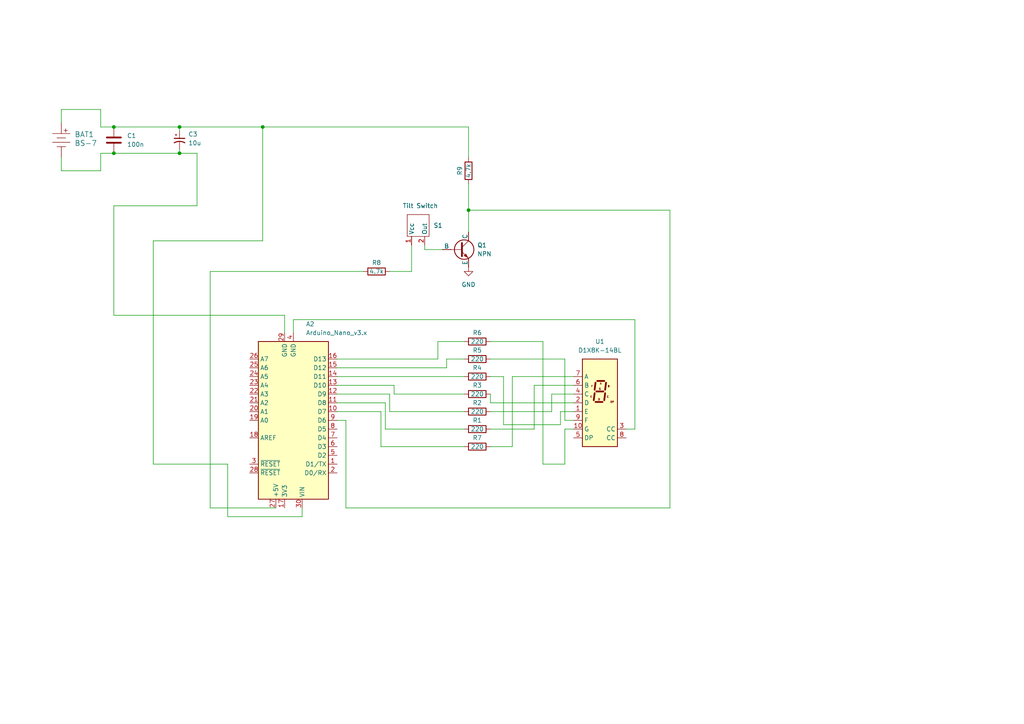
<source format=kicad_sch>
(kicad_sch (version 20230121) (generator eeschema)

  (uuid 8d5c1060-f1de-4ca7-b1dc-8121f9aacf0a)

  (paper "A4")

  (lib_symbols
    (symbol "Device:C" (pin_numbers hide) (pin_names (offset 0.254)) (in_bom yes) (on_board yes)
      (property "Reference" "C" (at 0.635 2.54 0)
        (effects (font (size 1.27 1.27)) (justify left))
      )
      (property "Value" "C" (at 0.635 -2.54 0)
        (effects (font (size 1.27 1.27)) (justify left))
      )
      (property "Footprint" "" (at 0.9652 -3.81 0)
        (effects (font (size 1.27 1.27)) hide)
      )
      (property "Datasheet" "~" (at 0 0 0)
        (effects (font (size 1.27 1.27)) hide)
      )
      (property "ki_keywords" "cap capacitor" (at 0 0 0)
        (effects (font (size 1.27 1.27)) hide)
      )
      (property "ki_description" "Unpolarized capacitor" (at 0 0 0)
        (effects (font (size 1.27 1.27)) hide)
      )
      (property "ki_fp_filters" "C_*" (at 0 0 0)
        (effects (font (size 1.27 1.27)) hide)
      )
      (symbol "C_0_1"
        (polyline
          (pts
            (xy -2.032 -0.762)
            (xy 2.032 -0.762)
          )
          (stroke (width 0.508) (type default))
          (fill (type none))
        )
        (polyline
          (pts
            (xy -2.032 0.762)
            (xy 2.032 0.762)
          )
          (stroke (width 0.508) (type default))
          (fill (type none))
        )
      )
      (symbol "C_1_1"
        (pin passive line (at 0 3.81 270) (length 2.794)
          (name "~" (effects (font (size 1.27 1.27))))
          (number "1" (effects (font (size 1.27 1.27))))
        )
        (pin passive line (at 0 -3.81 90) (length 2.794)
          (name "~" (effects (font (size 1.27 1.27))))
          (number "2" (effects (font (size 1.27 1.27))))
        )
      )
    )
    (symbol "Device:C_Polarized_Small_US" (pin_numbers hide) (pin_names (offset 0.254) hide) (in_bom yes) (on_board yes)
      (property "Reference" "C" (at 0.254 1.778 0)
        (effects (font (size 1.27 1.27)) (justify left))
      )
      (property "Value" "C_Polarized_Small_US" (at 0.254 -2.032 0)
        (effects (font (size 1.27 1.27)) (justify left))
      )
      (property "Footprint" "" (at 0 0 0)
        (effects (font (size 1.27 1.27)) hide)
      )
      (property "Datasheet" "~" (at 0 0 0)
        (effects (font (size 1.27 1.27)) hide)
      )
      (property "ki_keywords" "cap capacitor" (at 0 0 0)
        (effects (font (size 1.27 1.27)) hide)
      )
      (property "ki_description" "Polarized capacitor, small US symbol" (at 0 0 0)
        (effects (font (size 1.27 1.27)) hide)
      )
      (property "ki_fp_filters" "CP_*" (at 0 0 0)
        (effects (font (size 1.27 1.27)) hide)
      )
      (symbol "C_Polarized_Small_US_0_1"
        (polyline
          (pts
            (xy -1.524 0.508)
            (xy 1.524 0.508)
          )
          (stroke (width 0.3048) (type default))
          (fill (type none))
        )
        (polyline
          (pts
            (xy -1.27 1.524)
            (xy -0.762 1.524)
          )
          (stroke (width 0) (type default))
          (fill (type none))
        )
        (polyline
          (pts
            (xy -1.016 1.27)
            (xy -1.016 1.778)
          )
          (stroke (width 0) (type default))
          (fill (type none))
        )
        (arc (start 1.524 -0.762) (mid 0 -0.3734) (end -1.524 -0.762)
          (stroke (width 0.3048) (type default))
          (fill (type none))
        )
      )
      (symbol "C_Polarized_Small_US_1_1"
        (pin passive line (at 0 2.54 270) (length 2.032)
          (name "~" (effects (font (size 1.27 1.27))))
          (number "1" (effects (font (size 1.27 1.27))))
        )
        (pin passive line (at 0 -2.54 90) (length 2.032)
          (name "~" (effects (font (size 1.27 1.27))))
          (number "2" (effects (font (size 1.27 1.27))))
        )
      )
    )
    (symbol "Device:R" (pin_numbers hide) (pin_names (offset 0)) (in_bom yes) (on_board yes)
      (property "Reference" "R" (at 2.032 0 90)
        (effects (font (size 1.27 1.27)))
      )
      (property "Value" "R" (at 0 0 90)
        (effects (font (size 1.27 1.27)))
      )
      (property "Footprint" "" (at -1.778 0 90)
        (effects (font (size 1.27 1.27)) hide)
      )
      (property "Datasheet" "~" (at 0 0 0)
        (effects (font (size 1.27 1.27)) hide)
      )
      (property "ki_keywords" "R res resistor" (at 0 0 0)
        (effects (font (size 1.27 1.27)) hide)
      )
      (property "ki_description" "Resistor" (at 0 0 0)
        (effects (font (size 1.27 1.27)) hide)
      )
      (property "ki_fp_filters" "R_*" (at 0 0 0)
        (effects (font (size 1.27 1.27)) hide)
      )
      (symbol "R_0_1"
        (rectangle (start -1.016 -2.54) (end 1.016 2.54)
          (stroke (width 0.254) (type default))
          (fill (type none))
        )
      )
      (symbol "R_1_1"
        (pin passive line (at 0 3.81 270) (length 1.27)
          (name "~" (effects (font (size 1.27 1.27))))
          (number "1" (effects (font (size 1.27 1.27))))
        )
        (pin passive line (at 0 -3.81 90) (length 1.27)
          (name "~" (effects (font (size 1.27 1.27))))
          (number "2" (effects (font (size 1.27 1.27))))
        )
      )
    )
    (symbol "Display_Character:D1X8K-14BL" (in_bom yes) (on_board yes)
      (property "Reference" "U" (at -2.54 13.97 0)
        (effects (font (size 1.27 1.27)) (justify right))
      )
      (property "Value" "D1X8K-14BL" (at 1.27 13.97 0)
        (effects (font (size 1.27 1.27)) (justify left))
      )
      (property "Footprint" "Display_7Segment:D1X8K" (at 0 -15.24 0)
        (effects (font (size 1.27 1.27)) hide)
      )
      (property "Datasheet" "https://ia800903.us.archive.org/24/items/CTKD1x8K/Cromatek%20D168K.pdf" (at -12.7 12.065 0)
        (effects (font (size 1.27 1.27)) (justify left) hide)
      )
      (property "ki_keywords" "display LED 7-segment" (at 0 0 0)
        (effects (font (size 1.27 1.27)) hide)
      )
      (property "ki_description" "One digit 7 segment ultra bright blue LED, low current, common cathode" (at 0 0 0)
        (effects (font (size 1.27 1.27)) hide)
      )
      (property "ki_fp_filters" "D1X8K*" (at 0 0 0)
        (effects (font (size 1.27 1.27)) hide)
      )
      (symbol "D1X8K-14BL_0_0"
        (text "A" (at 0.254 5.588 0)
          (effects (font (size 0.508 0.508)))
        )
        (text "B" (at 2.54 4.826 0)
          (effects (font (size 0.508 0.508)))
        )
        (text "C" (at 2.286 1.778 0)
          (effects (font (size 0.508 0.508)))
        )
        (text "D" (at -0.254 1.016 0)
          (effects (font (size 0.508 0.508)))
        )
        (text "DP" (at 3.556 0.254 0)
          (effects (font (size 0.508 0.508)))
        )
        (text "E" (at -2.54 1.778 0)
          (effects (font (size 0.508 0.508)))
        )
        (text "F" (at -2.286 4.826 0)
          (effects (font (size 0.508 0.508)))
        )
        (text "G" (at 0 4.064 0)
          (effects (font (size 0.508 0.508)))
        )
      )
      (symbol "D1X8K-14BL_0_1"
        (rectangle (start -5.08 12.7) (end 5.08 -12.7)
          (stroke (width 0.254) (type default))
          (fill (type background))
        )
        (polyline
          (pts
            (xy -1.524 2.794)
            (xy -1.778 0.762)
          )
          (stroke (width 0.508) (type default))
          (fill (type none))
        )
        (polyline
          (pts
            (xy -1.27 0.254)
            (xy 0.762 0.254)
          )
          (stroke (width 0.508) (type default))
          (fill (type none))
        )
        (polyline
          (pts
            (xy -1.27 5.842)
            (xy -1.524 3.81)
          )
          (stroke (width 0.508) (type default))
          (fill (type none))
        )
        (polyline
          (pts
            (xy -1.016 3.302)
            (xy 1.016 3.302)
          )
          (stroke (width 0.508) (type default))
          (fill (type none))
        )
        (polyline
          (pts
            (xy -0.762 6.35)
            (xy 1.27 6.35)
          )
          (stroke (width 0.508) (type default))
          (fill (type none))
        )
        (polyline
          (pts
            (xy 1.524 2.794)
            (xy 1.27 0.762)
          )
          (stroke (width 0.508) (type default))
          (fill (type none))
        )
        (polyline
          (pts
            (xy 1.778 5.842)
            (xy 1.524 3.81)
          )
          (stroke (width 0.508) (type default))
          (fill (type none))
        )
        (polyline
          (pts
            (xy 2.54 0.254)
            (xy 2.54 0.254)
          )
          (stroke (width 0.508) (type default))
          (fill (type none))
        )
      )
      (symbol "D1X8K-14BL_1_1"
        (pin input line (at -7.62 -2.54 0) (length 2.54)
          (name "E" (effects (font (size 1.27 1.27))))
          (number "1" (effects (font (size 1.27 1.27))))
        )
        (pin input line (at -7.62 -7.62 0) (length 2.54)
          (name "G" (effects (font (size 1.27 1.27))))
          (number "10" (effects (font (size 1.27 1.27))))
        )
        (pin input line (at -7.62 0 0) (length 2.54)
          (name "D" (effects (font (size 1.27 1.27))))
          (number "2" (effects (font (size 1.27 1.27))))
        )
        (pin input line (at 7.62 -7.62 180) (length 2.54)
          (name "CC" (effects (font (size 1.27 1.27))))
          (number "3" (effects (font (size 1.27 1.27))))
        )
        (pin input line (at -7.62 2.54 0) (length 2.54)
          (name "C" (effects (font (size 1.27 1.27))))
          (number "4" (effects (font (size 1.27 1.27))))
        )
        (pin input line (at -7.62 -10.16 0) (length 2.54)
          (name "DP" (effects (font (size 1.27 1.27))))
          (number "5" (effects (font (size 1.27 1.27))))
        )
        (pin input line (at -7.62 5.08 0) (length 2.54)
          (name "B" (effects (font (size 1.27 1.27))))
          (number "6" (effects (font (size 1.27 1.27))))
        )
        (pin input line (at -7.62 7.62 0) (length 2.54)
          (name "A" (effects (font (size 1.27 1.27))))
          (number "7" (effects (font (size 1.27 1.27))))
        )
        (pin input line (at 7.62 -10.16 180) (length 2.54)
          (name "CC" (effects (font (size 1.27 1.27))))
          (number "8" (effects (font (size 1.27 1.27))))
        )
        (pin input line (at -7.62 -5.08 0) (length 2.54)
          (name "F" (effects (font (size 1.27 1.27))))
          (number "9" (effects (font (size 1.27 1.27))))
        )
      )
    )
    (symbol "MCU_Module:Arduino_Nano_v3.x" (in_bom yes) (on_board yes)
      (property "Reference" "A" (at -10.16 23.495 0)
        (effects (font (size 1.27 1.27)) (justify left bottom))
      )
      (property "Value" "Arduino_Nano_v3.x" (at 5.08 -24.13 0)
        (effects (font (size 1.27 1.27)) (justify left top))
      )
      (property "Footprint" "Module:Arduino_Nano" (at 0 0 0)
        (effects (font (size 1.27 1.27) italic) hide)
      )
      (property "Datasheet" "http://www.mouser.com/pdfdocs/Gravitech_Arduino_Nano3_0.pdf" (at 0 0 0)
        (effects (font (size 1.27 1.27)) hide)
      )
      (property "ki_keywords" "Arduino nano microcontroller module USB" (at 0 0 0)
        (effects (font (size 1.27 1.27)) hide)
      )
      (property "ki_description" "Arduino Nano v3.x" (at 0 0 0)
        (effects (font (size 1.27 1.27)) hide)
      )
      (property "ki_fp_filters" "Arduino*Nano*" (at 0 0 0)
        (effects (font (size 1.27 1.27)) hide)
      )
      (symbol "Arduino_Nano_v3.x_0_1"
        (rectangle (start -10.16 22.86) (end 10.16 -22.86)
          (stroke (width 0.254) (type default))
          (fill (type background))
        )
      )
      (symbol "Arduino_Nano_v3.x_1_1"
        (pin bidirectional line (at -12.7 12.7 0) (length 2.54)
          (name "D1/TX" (effects (font (size 1.27 1.27))))
          (number "1" (effects (font (size 1.27 1.27))))
        )
        (pin bidirectional line (at -12.7 -2.54 0) (length 2.54)
          (name "D7" (effects (font (size 1.27 1.27))))
          (number "10" (effects (font (size 1.27 1.27))))
        )
        (pin bidirectional line (at -12.7 -5.08 0) (length 2.54)
          (name "D8" (effects (font (size 1.27 1.27))))
          (number "11" (effects (font (size 1.27 1.27))))
        )
        (pin bidirectional line (at -12.7 -7.62 0) (length 2.54)
          (name "D9" (effects (font (size 1.27 1.27))))
          (number "12" (effects (font (size 1.27 1.27))))
        )
        (pin bidirectional line (at -12.7 -10.16 0) (length 2.54)
          (name "D10" (effects (font (size 1.27 1.27))))
          (number "13" (effects (font (size 1.27 1.27))))
        )
        (pin bidirectional line (at -12.7 -12.7 0) (length 2.54)
          (name "D11" (effects (font (size 1.27 1.27))))
          (number "14" (effects (font (size 1.27 1.27))))
        )
        (pin bidirectional line (at -12.7 -15.24 0) (length 2.54)
          (name "D12" (effects (font (size 1.27 1.27))))
          (number "15" (effects (font (size 1.27 1.27))))
        )
        (pin bidirectional line (at -12.7 -17.78 0) (length 2.54)
          (name "D13" (effects (font (size 1.27 1.27))))
          (number "16" (effects (font (size 1.27 1.27))))
        )
        (pin power_out line (at 2.54 25.4 270) (length 2.54)
          (name "3V3" (effects (font (size 1.27 1.27))))
          (number "17" (effects (font (size 1.27 1.27))))
        )
        (pin input line (at 12.7 5.08 180) (length 2.54)
          (name "AREF" (effects (font (size 1.27 1.27))))
          (number "18" (effects (font (size 1.27 1.27))))
        )
        (pin bidirectional line (at 12.7 0 180) (length 2.54)
          (name "A0" (effects (font (size 1.27 1.27))))
          (number "19" (effects (font (size 1.27 1.27))))
        )
        (pin bidirectional line (at -12.7 15.24 0) (length 2.54)
          (name "D0/RX" (effects (font (size 1.27 1.27))))
          (number "2" (effects (font (size 1.27 1.27))))
        )
        (pin bidirectional line (at 12.7 -2.54 180) (length 2.54)
          (name "A1" (effects (font (size 1.27 1.27))))
          (number "20" (effects (font (size 1.27 1.27))))
        )
        (pin bidirectional line (at 12.7 -5.08 180) (length 2.54)
          (name "A2" (effects (font (size 1.27 1.27))))
          (number "21" (effects (font (size 1.27 1.27))))
        )
        (pin bidirectional line (at 12.7 -7.62 180) (length 2.54)
          (name "A3" (effects (font (size 1.27 1.27))))
          (number "22" (effects (font (size 1.27 1.27))))
        )
        (pin bidirectional line (at 12.7 -10.16 180) (length 2.54)
          (name "A4" (effects (font (size 1.27 1.27))))
          (number "23" (effects (font (size 1.27 1.27))))
        )
        (pin bidirectional line (at 12.7 -12.7 180) (length 2.54)
          (name "A5" (effects (font (size 1.27 1.27))))
          (number "24" (effects (font (size 1.27 1.27))))
        )
        (pin bidirectional line (at 12.7 -15.24 180) (length 2.54)
          (name "A6" (effects (font (size 1.27 1.27))))
          (number "25" (effects (font (size 1.27 1.27))))
        )
        (pin bidirectional line (at 12.7 -17.78 180) (length 2.54)
          (name "A7" (effects (font (size 1.27 1.27))))
          (number "26" (effects (font (size 1.27 1.27))))
        )
        (pin power_out line (at 5.08 25.4 270) (length 2.54)
          (name "+5V" (effects (font (size 1.27 1.27))))
          (number "27" (effects (font (size 1.27 1.27))))
        )
        (pin input line (at 12.7 15.24 180) (length 2.54)
          (name "~{RESET}" (effects (font (size 1.27 1.27))))
          (number "28" (effects (font (size 1.27 1.27))))
        )
        (pin power_in line (at 2.54 -25.4 90) (length 2.54)
          (name "GND" (effects (font (size 1.27 1.27))))
          (number "29" (effects (font (size 1.27 1.27))))
        )
        (pin input line (at 12.7 12.7 180) (length 2.54)
          (name "~{RESET}" (effects (font (size 1.27 1.27))))
          (number "3" (effects (font (size 1.27 1.27))))
        )
        (pin power_in line (at -2.54 25.4 270) (length 2.54)
          (name "VIN" (effects (font (size 1.27 1.27))))
          (number "30" (effects (font (size 1.27 1.27))))
        )
        (pin power_in line (at 0 -25.4 90) (length 2.54)
          (name "GND" (effects (font (size 1.27 1.27))))
          (number "4" (effects (font (size 1.27 1.27))))
        )
        (pin bidirectional line (at -12.7 10.16 0) (length 2.54)
          (name "D2" (effects (font (size 1.27 1.27))))
          (number "5" (effects (font (size 1.27 1.27))))
        )
        (pin bidirectional line (at -12.7 7.62 0) (length 2.54)
          (name "D3" (effects (font (size 1.27 1.27))))
          (number "6" (effects (font (size 1.27 1.27))))
        )
        (pin bidirectional line (at -12.7 5.08 0) (length 2.54)
          (name "D4" (effects (font (size 1.27 1.27))))
          (number "7" (effects (font (size 1.27 1.27))))
        )
        (pin bidirectional line (at -12.7 2.54 0) (length 2.54)
          (name "D5" (effects (font (size 1.27 1.27))))
          (number "8" (effects (font (size 1.27 1.27))))
        )
        (pin bidirectional line (at -12.7 0 0) (length 2.54)
          (name "D6" (effects (font (size 1.27 1.27))))
          (number "9" (effects (font (size 1.27 1.27))))
        )
      )
    )
    (symbol "Simulation_SPICE:NPN" (pin_numbers hide) (pin_names (offset 0)) (in_bom yes) (on_board yes)
      (property "Reference" "Q" (at -2.54 7.62 0)
        (effects (font (size 1.27 1.27)))
      )
      (property "Value" "NPN" (at -2.54 5.08 0)
        (effects (font (size 1.27 1.27)))
      )
      (property "Footprint" "" (at 63.5 0 0)
        (effects (font (size 1.27 1.27)) hide)
      )
      (property "Datasheet" "~" (at 63.5 0 0)
        (effects (font (size 1.27 1.27)) hide)
      )
      (property "Sim.Device" "NPN" (at 0 0 0)
        (effects (font (size 1.27 1.27)) hide)
      )
      (property "Sim.Type" "GUMMELPOON" (at 0 0 0)
        (effects (font (size 1.27 1.27)) hide)
      )
      (property "Sim.Pins" "1=C 2=B 3=E" (at 0 0 0)
        (effects (font (size 1.27 1.27)) hide)
      )
      (property "ki_keywords" "simulation" (at 0 0 0)
        (effects (font (size 1.27 1.27)) hide)
      )
      (property "ki_description" "Bipolar transistor symbol for simulation only, substrate tied to the emitter" (at 0 0 0)
        (effects (font (size 1.27 1.27)) hide)
      )
      (symbol "NPN_0_1"
        (polyline
          (pts
            (xy -2.54 0)
            (xy 0.635 0)
          )
          (stroke (width 0.1524) (type default))
          (fill (type none))
        )
        (polyline
          (pts
            (xy 0.635 0.635)
            (xy 2.54 2.54)
          )
          (stroke (width 0) (type default))
          (fill (type none))
        )
        (polyline
          (pts
            (xy 2.794 -1.27)
            (xy 2.794 -1.27)
          )
          (stroke (width 0.1524) (type default))
          (fill (type none))
        )
        (polyline
          (pts
            (xy 2.794 -1.27)
            (xy 2.794 -1.27)
          )
          (stroke (width 0.1524) (type default))
          (fill (type none))
        )
        (polyline
          (pts
            (xy 0.635 -0.635)
            (xy 2.54 -2.54)
            (xy 2.54 -2.54)
          )
          (stroke (width 0) (type default))
          (fill (type none))
        )
        (polyline
          (pts
            (xy 0.635 1.905)
            (xy 0.635 -1.905)
            (xy 0.635 -1.905)
          )
          (stroke (width 0.508) (type default))
          (fill (type none))
        )
        (polyline
          (pts
            (xy 1.27 -1.778)
            (xy 1.778 -1.27)
            (xy 2.286 -2.286)
            (xy 1.27 -1.778)
            (xy 1.27 -1.778)
          )
          (stroke (width 0) (type default))
          (fill (type outline))
        )
        (circle (center 1.27 0) (radius 2.8194)
          (stroke (width 0.254) (type default))
          (fill (type none))
        )
      )
      (symbol "NPN_1_1"
        (pin open_collector line (at 2.54 5.08 270) (length 2.54)
          (name "C" (effects (font (size 1.27 1.27))))
          (number "1" (effects (font (size 1.27 1.27))))
        )
        (pin input line (at -5.08 0 0) (length 2.54)
          (name "B" (effects (font (size 1.27 1.27))))
          (number "2" (effects (font (size 1.27 1.27))))
        )
        (pin open_emitter line (at 2.54 -5.08 90) (length 2.54)
          (name "E" (effects (font (size 1.27 1.27))))
          (number "3" (effects (font (size 1.27 1.27))))
        )
      )
    )
    (symbol "dk_Battery-Holders-Clips-Contacts:BS-7" (pin_numbers hide) (pin_names (offset 1.016)) (in_bom yes) (on_board yes)
      (property "Reference" "BAT" (at -1.27 3.81 0)
        (effects (font (size 1.524 1.524)) (justify right))
      )
      (property "Value" "BS-7" (at -1.27 -3.81 0)
        (effects (font (size 1.524 1.524)) (justify right))
      )
      (property "Footprint" "digikey-footprints:Battery_Holder_Coin_2032_BS-7" (at 5.08 5.08 0)
        (effects (font (size 1.524 1.524)) (justify left) hide)
      )
      (property "Datasheet" "http://www.memoryprotectiondevices.com/datasheets/BS-7-datasheet.pdf" (at 5.08 7.62 90)
        (effects (font (size 1.524 1.524)) (justify left) hide)
      )
      (property "Digi-Key_PN" "BS-7-ND" (at 5.08 10.16 0)
        (effects (font (size 1.524 1.524)) (justify left) hide)
      )
      (property "MPN" "BS-7" (at 5.08 12.7 0)
        (effects (font (size 1.524 1.524)) (justify left) hide)
      )
      (property "Category" "Battery Products" (at 5.08 15.24 0)
        (effects (font (size 1.524 1.524)) (justify left) hide)
      )
      (property "Family" "Battery Holders, Clips, Contacts" (at 5.08 17.78 0)
        (effects (font (size 1.524 1.524)) (justify left) hide)
      )
      (property "DK_Datasheet_Link" "http://www.memoryprotectiondevices.com/datasheets/BS-7-datasheet.pdf" (at 5.08 20.32 0)
        (effects (font (size 1.524 1.524)) (justify left) hide)
      )
      (property "DK_Detail_Page" "/product-detail/en/mpd-memory-protection-devices/BS-7/BS-7-ND/389447" (at 5.08 22.86 0)
        (effects (font (size 1.524 1.524)) (justify left) hide)
      )
      (property "Description" "BATTERY HOLDER COIN 20MM PC PIN" (at 5.08 25.4 0)
        (effects (font (size 1.524 1.524)) (justify left) hide)
      )
      (property "Manufacturer" "MPD (Memory Protection Devices)" (at 5.08 27.94 0)
        (effects (font (size 1.524 1.524)) (justify left) hide)
      )
      (property "Status" "Active" (at 5.08 30.48 0)
        (effects (font (size 1.524 1.524)) (justify left) hide)
      )
      (property "ki_keywords" "BS-7-ND" (at 0 0 0)
        (effects (font (size 1.27 1.27)) hide)
      )
      (property "ki_description" "BATTERY HOLDER COIN 20MM PC PIN" (at 0 0 0)
        (effects (font (size 1.27 1.27)) hide)
      )
      (symbol "BS-7_1_1"
        (polyline
          (pts
            (xy 0 -2.54)
            (xy 0 -1.905)
          )
          (stroke (width 0) (type solid))
          (fill (type none))
        )
        (polyline
          (pts
            (xy 0 1.905)
            (xy 0 2.54)
          )
          (stroke (width 0) (type solid))
          (fill (type none))
        )
        (polyline
          (pts
            (xy 1.27 -1.905)
            (xy -1.27 -1.905)
          )
          (stroke (width 0) (type solid))
          (fill (type none))
        )
        (polyline
          (pts
            (xy 1.27 0.635)
            (xy -1.27 0.635)
          )
          (stroke (width 0) (type solid))
          (fill (type none))
        )
        (polyline
          (pts
            (xy 1.27 2.286)
            (xy 1.27 3.302)
          )
          (stroke (width 0) (type solid))
          (fill (type none))
        )
        (polyline
          (pts
            (xy 1.778 2.794)
            (xy 0.762 2.794)
          )
          (stroke (width 0) (type solid))
          (fill (type none))
        )
        (polyline
          (pts
            (xy 2.54 -0.635)
            (xy -2.54 -0.635)
          )
          (stroke (width 0) (type solid))
          (fill (type none))
        )
        (polyline
          (pts
            (xy 2.54 1.905)
            (xy -2.54 1.905)
          )
          (stroke (width 0) (type solid))
          (fill (type none))
        )
        (pin power_out line (at 0 -5.08 90) (length 2.54)
          (name "~" (effects (font (size 1.27 1.27))))
          (number "Neg" (effects (font (size 1.27 1.27))))
        )
        (pin power_out line (at 0 5.08 270) (length 2.54)
          (name "~" (effects (font (size 1.27 1.27))))
          (number "Pos" (effects (font (size 1.27 1.27))))
        )
      )
    )
    (symbol "electroinc_dice_library:Tilt_Switch" (in_bom yes) (on_board yes)
      (property "Reference" "S" (at 0 0 0)
        (effects (font (size 1.27 1.27)))
      )
      (property "Value" "" (at 0 0 0)
        (effects (font (size 1.27 1.27)))
      )
      (property "Footprint" "" (at 0 0 0)
        (effects (font (size 1.27 1.27)) hide)
      )
      (property "Datasheet" "" (at 0 0 0)
        (effects (font (size 1.27 1.27)) hide)
      )
      (symbol "Tilt_Switch_0_1"
        (rectangle (start 2.54 -8.89) (end -3.81 -2.54)
          (stroke (width 0) (type default))
          (fill (type none))
        )
      )
      (symbol "Tilt_Switch_1_1"
        (pin input line (at -2.54 -11.43 90) (length 2.54)
          (name "Vcc" (effects (font (size 1.27 1.27))))
          (number "1" (effects (font (size 1.27 1.27))))
        )
        (pin output line (at 1.27 -11.43 90) (length 2.54)
          (name "Out" (effects (font (size 1.27 1.27))))
          (number "2" (effects (font (size 1.27 1.27))))
        )
      )
    )
    (symbol "power:GND" (power) (pin_names (offset 0)) (in_bom yes) (on_board yes)
      (property "Reference" "#PWR" (at 0 -6.35 0)
        (effects (font (size 1.27 1.27)) hide)
      )
      (property "Value" "GND" (at 0 -3.81 0)
        (effects (font (size 1.27 1.27)))
      )
      (property "Footprint" "" (at 0 0 0)
        (effects (font (size 1.27 1.27)) hide)
      )
      (property "Datasheet" "" (at 0 0 0)
        (effects (font (size 1.27 1.27)) hide)
      )
      (property "ki_keywords" "global power" (at 0 0 0)
        (effects (font (size 1.27 1.27)) hide)
      )
      (property "ki_description" "Power symbol creates a global label with name \"GND\" , ground" (at 0 0 0)
        (effects (font (size 1.27 1.27)) hide)
      )
      (symbol "GND_0_1"
        (polyline
          (pts
            (xy 0 0)
            (xy 0 -1.27)
            (xy 1.27 -1.27)
            (xy 0 -2.54)
            (xy -1.27 -1.27)
            (xy 0 -1.27)
          )
          (stroke (width 0) (type default))
          (fill (type none))
        )
      )
      (symbol "GND_1_1"
        (pin power_in line (at 0 0 270) (length 0) hide
          (name "GND" (effects (font (size 1.27 1.27))))
          (number "1" (effects (font (size 1.27 1.27))))
        )
      )
    )
  )

  (junction (at 135.89 60.96) (diameter 0) (color 0 0 0 0)
    (uuid 3eb475cd-edaa-4677-a134-272541280114)
  )
  (junction (at 33.02 44.45) (diameter 0) (color 0 0 0 0)
    (uuid 4ce66e20-581b-4620-a24f-a4ed7914dac8)
  )
  (junction (at 52.07 36.83) (diameter 0) (color 0 0 0 0)
    (uuid 86ead9c3-3a5d-45c7-8f8f-e1beec3d4492)
  )
  (junction (at 52.07 44.45) (diameter 0) (color 0 0 0 0)
    (uuid b3117107-262a-419f-ba8a-a95f2219c25a)
  )
  (junction (at 76.2 36.83) (diameter 0) (color 0 0 0 0)
    (uuid b734fb06-296b-4175-aa83-6f30c242f560)
  )
  (junction (at 33.02 36.83) (diameter 0) (color 0 0 0 0)
    (uuid e8287ddc-a8b2-4053-b2cf-8ccfdd4abb59)
  )

  (wire (pts (xy 146.05 123.19) (xy 162.56 123.19))
    (stroke (width 0) (type default))
    (uuid 049a51a4-d6c5-4df1-9fda-29a884146201)
  )
  (wire (pts (xy 97.79 121.92) (xy 100.33 121.92))
    (stroke (width 0) (type default))
    (uuid 06e5e2df-4088-4bab-b2fd-34bf4dc70054)
  )
  (wire (pts (xy 166.37 124.46) (xy 163.83 124.46))
    (stroke (width 0) (type default))
    (uuid 078f8b1d-4a62-4236-8890-a13d099d3eea)
  )
  (wire (pts (xy 111.76 116.84) (xy 97.79 116.84))
    (stroke (width 0) (type default))
    (uuid 14b25d89-079e-40cd-956d-9d9e4b84d8df)
  )
  (wire (pts (xy 135.89 53.34) (xy 135.89 60.96))
    (stroke (width 0) (type default))
    (uuid 17b807f5-61d5-4fab-ba3b-e5d1860bbb94)
  )
  (wire (pts (xy 113.03 78.74) (xy 119.38 78.74))
    (stroke (width 0) (type default))
    (uuid 1913ebaf-b8c2-4536-a70f-c0a17bb63b63)
  )
  (wire (pts (xy 76.2 69.85) (xy 76.2 36.83))
    (stroke (width 0) (type default))
    (uuid 1c344454-8627-4831-a335-b7d841965243)
  )
  (wire (pts (xy 157.48 134.62) (xy 157.48 99.06))
    (stroke (width 0) (type default))
    (uuid 1cd5f6bc-a232-4944-be7c-2c93b8f9ea6d)
  )
  (wire (pts (xy 60.96 78.74) (xy 105.41 78.74))
    (stroke (width 0) (type default))
    (uuid 1d772bae-a7b3-426f-899e-7d362de631d4)
  )
  (wire (pts (xy 154.94 111.76) (xy 154.94 124.46))
    (stroke (width 0) (type default))
    (uuid 224de752-13a7-4e40-9342-8a897d606664)
  )
  (wire (pts (xy 127 104.14) (xy 127 99.06))
    (stroke (width 0) (type default))
    (uuid 2749ea0f-9950-418c-93fa-a8c2144a5c14)
  )
  (wire (pts (xy 162.56 119.38) (xy 166.37 119.38))
    (stroke (width 0) (type default))
    (uuid 283e02c6-405d-4870-94f0-849902edd2f5)
  )
  (wire (pts (xy 111.76 124.46) (xy 111.76 116.84))
    (stroke (width 0) (type default))
    (uuid 2b76d5b7-a353-4b76-93fa-f91e9906f629)
  )
  (wire (pts (xy 29.21 49.53) (xy 17.78 49.53))
    (stroke (width 0) (type default))
    (uuid 2c871c13-018d-4cf3-bad3-948679f16d92)
  )
  (wire (pts (xy 52.07 44.45) (xy 52.07 43.18))
    (stroke (width 0) (type default))
    (uuid 362310ff-b2c0-4f17-819d-3b8e97b7c502)
  )
  (wire (pts (xy 44.45 134.62) (xy 66.04 134.62))
    (stroke (width 0) (type default))
    (uuid 36d4bb55-1c92-4a9a-a317-214575959826)
  )
  (wire (pts (xy 160.02 119.38) (xy 160.02 114.3))
    (stroke (width 0) (type default))
    (uuid 3818ac66-9b05-40af-8f6a-63ce27aeda0c)
  )
  (wire (pts (xy 110.49 129.54) (xy 134.62 129.54))
    (stroke (width 0) (type default))
    (uuid 39e7eba2-f692-4a63-a240-42ac466e52e4)
  )
  (wire (pts (xy 134.62 104.14) (xy 129.54 104.14))
    (stroke (width 0) (type default))
    (uuid 3e463ada-cee4-42d1-b08f-a23a31512b19)
  )
  (wire (pts (xy 29.21 44.45) (xy 33.02 44.45))
    (stroke (width 0) (type default))
    (uuid 42b00624-3e7e-49bf-96cd-7ec3b0a2b541)
  )
  (wire (pts (xy 85.09 92.71) (xy 85.09 96.52))
    (stroke (width 0) (type default))
    (uuid 49a05fc3-3bf0-48fd-ba74-b8acb49e26e4)
  )
  (wire (pts (xy 113.03 114.3) (xy 97.79 114.3))
    (stroke (width 0) (type default))
    (uuid 49d3aa15-9f22-46cf-b536-59079b5c713f)
  )
  (wire (pts (xy 181.61 124.46) (xy 184.15 124.46))
    (stroke (width 0) (type default))
    (uuid 52d891f3-bbb3-4986-88f2-57900efa2fad)
  )
  (wire (pts (xy 134.62 114.3) (xy 114.3 114.3))
    (stroke (width 0) (type default))
    (uuid 5386d233-b6c0-4b42-9833-fdc0c4c5745b)
  )
  (wire (pts (xy 157.48 134.62) (xy 163.83 134.62))
    (stroke (width 0) (type default))
    (uuid 55b00c40-8b90-4c95-b891-761819ca97d2)
  )
  (wire (pts (xy 100.33 121.92) (xy 100.33 147.32))
    (stroke (width 0) (type default))
    (uuid 563c0652-c795-4b5a-afba-415cccf54fae)
  )
  (wire (pts (xy 29.21 31.75) (xy 29.21 36.83))
    (stroke (width 0) (type default))
    (uuid 575b6b6e-1417-401f-9419-b8fb525fe9e2)
  )
  (wire (pts (xy 194.31 60.96) (xy 194.31 147.32))
    (stroke (width 0) (type default))
    (uuid 597b8c8c-abcb-437f-a1a7-9dfebc8293d8)
  )
  (wire (pts (xy 166.37 116.84) (xy 142.24 116.84))
    (stroke (width 0) (type default))
    (uuid 5bbcc144-d768-45a7-8664-e2b3ed192f33)
  )
  (wire (pts (xy 82.55 96.52) (xy 82.55 91.44))
    (stroke (width 0) (type default))
    (uuid 5da69183-c1a8-4540-a4ac-145311cbb482)
  )
  (wire (pts (xy 80.01 147.32) (xy 60.96 147.32))
    (stroke (width 0) (type default))
    (uuid 5e28fb39-06ec-4140-9d48-4752149462ac)
  )
  (wire (pts (xy 162.56 123.19) (xy 162.56 119.38))
    (stroke (width 0) (type default))
    (uuid 5e7fd120-88a1-416d-a13d-b1d520d8d56e)
  )
  (wire (pts (xy 57.15 44.45) (xy 57.15 59.69))
    (stroke (width 0) (type default))
    (uuid 60e3f00f-a10b-4baf-a858-4793baf776c7)
  )
  (wire (pts (xy 85.09 92.71) (xy 184.15 92.71))
    (stroke (width 0) (type default))
    (uuid 6211b783-9797-43d4-8bfb-99a85687f1b1)
  )
  (wire (pts (xy 160.02 114.3) (xy 166.37 114.3))
    (stroke (width 0) (type default))
    (uuid 67266613-f6a9-42d7-9df1-08155ec17982)
  )
  (wire (pts (xy 17.78 31.75) (xy 29.21 31.75))
    (stroke (width 0) (type default))
    (uuid 6760ea4f-dd58-4798-b917-af8840bdb96d)
  )
  (wire (pts (xy 157.48 99.06) (xy 142.24 99.06))
    (stroke (width 0) (type default))
    (uuid 69e04788-3f44-4705-91e0-1f628a32c119)
  )
  (wire (pts (xy 113.03 119.38) (xy 134.62 119.38))
    (stroke (width 0) (type default))
    (uuid 6d224a26-52d1-45c0-8ab0-3ba84a0f2328)
  )
  (wire (pts (xy 154.94 124.46) (xy 142.24 124.46))
    (stroke (width 0) (type default))
    (uuid 704bc1cd-a6ea-45cb-a0a4-daeb35bd296f)
  )
  (wire (pts (xy 123.19 72.39) (xy 128.27 72.39))
    (stroke (width 0) (type default))
    (uuid 71da69f7-a1f4-42d1-85ed-bdf3bd622b4a)
  )
  (wire (pts (xy 166.37 121.92) (xy 163.83 121.92))
    (stroke (width 0) (type default))
    (uuid 7d7f500c-54cd-4bad-a810-4c0882332837)
  )
  (wire (pts (xy 129.54 104.14) (xy 129.54 106.68))
    (stroke (width 0) (type default))
    (uuid 7e3ec986-c6d7-470f-8054-c9493fd4c349)
  )
  (wire (pts (xy 142.24 116.84) (xy 142.24 114.3))
    (stroke (width 0) (type default))
    (uuid 7e6b2694-6586-410b-9e5b-b9a037b0e110)
  )
  (wire (pts (xy 163.83 121.92) (xy 163.83 104.14))
    (stroke (width 0) (type default))
    (uuid 81d60719-7974-419b-822d-1ff8c23b12b4)
  )
  (wire (pts (xy 97.79 104.14) (xy 127 104.14))
    (stroke (width 0) (type default))
    (uuid 872215b6-72a0-4560-89d4-93552f81b4e4)
  )
  (wire (pts (xy 66.04 134.62) (xy 66.04 149.86))
    (stroke (width 0) (type default))
    (uuid 87302de3-08a5-4c7f-81ff-6e5ad46220a5)
  )
  (wire (pts (xy 119.38 78.74) (xy 119.38 71.12))
    (stroke (width 0) (type default))
    (uuid 88a3cab6-095a-499a-b0ee-f79b40357e3e)
  )
  (wire (pts (xy 29.21 36.83) (xy 33.02 36.83))
    (stroke (width 0) (type default))
    (uuid 8a141df2-8f66-4e76-9f4d-ce408e78d7e9)
  )
  (wire (pts (xy 97.79 106.68) (xy 129.54 106.68))
    (stroke (width 0) (type default))
    (uuid 8a5eab81-169e-4201-9eb5-25e41de1eebd)
  )
  (wire (pts (xy 29.21 44.45) (xy 29.21 49.53))
    (stroke (width 0) (type default))
    (uuid 8aef4999-dbd9-4e25-8a1e-3a3c65310001)
  )
  (wire (pts (xy 17.78 45.72) (xy 17.78 49.53))
    (stroke (width 0) (type default))
    (uuid 8e8b30fc-fc65-42db-8d83-7dfbe9a1a0da)
  )
  (wire (pts (xy 184.15 124.46) (xy 184.15 92.71))
    (stroke (width 0) (type default))
    (uuid 917ae346-f11c-49f9-bc3e-e199cc307bbd)
  )
  (wire (pts (xy 87.63 149.86) (xy 87.63 147.32))
    (stroke (width 0) (type default))
    (uuid 93695162-80d0-49d7-84b0-ee4b547545b2)
  )
  (wire (pts (xy 163.83 104.14) (xy 142.24 104.14))
    (stroke (width 0) (type default))
    (uuid 9393adf1-8be2-4183-9ec6-f03227a05176)
  )
  (wire (pts (xy 166.37 111.76) (xy 154.94 111.76))
    (stroke (width 0) (type default))
    (uuid 94220015-e09b-45dc-8830-03dd87af6803)
  )
  (wire (pts (xy 142.24 109.22) (xy 146.05 109.22))
    (stroke (width 0) (type default))
    (uuid 95352271-2394-41e2-8bb4-825cb7f32374)
  )
  (wire (pts (xy 110.49 119.38) (xy 110.49 129.54))
    (stroke (width 0) (type default))
    (uuid 9b781ecb-b6e2-47a5-8b18-ecae84e52ffa)
  )
  (wire (pts (xy 52.07 44.45) (xy 57.15 44.45))
    (stroke (width 0) (type default))
    (uuid 9caf9799-ecef-454f-a6ad-5b14958e5c71)
  )
  (wire (pts (xy 82.55 91.44) (xy 33.02 91.44))
    (stroke (width 0) (type default))
    (uuid 9ec5f92f-dd2e-46d7-a8a0-aa162e68247d)
  )
  (wire (pts (xy 114.3 111.76) (xy 97.79 111.76))
    (stroke (width 0) (type default))
    (uuid 9ee79b5a-3a3a-474e-b46a-cfa9e47b5dcd)
  )
  (wire (pts (xy 76.2 36.83) (xy 52.07 36.83))
    (stroke (width 0) (type default))
    (uuid 9f84246f-d6e2-4d75-a1ec-71ccfdeeec21)
  )
  (wire (pts (xy 44.45 69.85) (xy 76.2 69.85))
    (stroke (width 0) (type default))
    (uuid a99f04e8-378a-42a2-9e12-6d93ecaee075)
  )
  (wire (pts (xy 194.31 60.96) (xy 135.89 60.96))
    (stroke (width 0) (type default))
    (uuid aa1de244-39db-4819-8b77-5bbf489339a3)
  )
  (wire (pts (xy 148.59 129.54) (xy 148.59 109.22))
    (stroke (width 0) (type default))
    (uuid aab9c96f-236e-4594-b5b1-e851458ede30)
  )
  (wire (pts (xy 148.59 109.22) (xy 166.37 109.22))
    (stroke (width 0) (type default))
    (uuid b3f4564f-0111-4b54-b9ce-5b378d6cb278)
  )
  (wire (pts (xy 110.49 119.38) (xy 97.79 119.38))
    (stroke (width 0) (type default))
    (uuid b55ce36a-ae6a-4d20-975a-6df883f17139)
  )
  (wire (pts (xy 66.04 149.86) (xy 87.63 149.86))
    (stroke (width 0) (type default))
    (uuid ba2de6b3-f640-40e2-87bf-b76b229660f6)
  )
  (wire (pts (xy 97.79 109.22) (xy 134.62 109.22))
    (stroke (width 0) (type default))
    (uuid bb0b3be7-cb2b-4019-8493-68a496209fb4)
  )
  (wire (pts (xy 135.89 60.96) (xy 135.89 67.31))
    (stroke (width 0) (type default))
    (uuid bb59e829-b5ae-4ce0-b728-659712cd3793)
  )
  (wire (pts (xy 146.05 109.22) (xy 146.05 123.19))
    (stroke (width 0) (type default))
    (uuid bf48f55e-7a5d-410f-8eb7-d3569bb8bf67)
  )
  (wire (pts (xy 44.45 134.62) (xy 44.45 69.85))
    (stroke (width 0) (type default))
    (uuid bf7b51cd-01e7-4281-ac71-6ff48f7f4795)
  )
  (wire (pts (xy 142.24 119.38) (xy 160.02 119.38))
    (stroke (width 0) (type default))
    (uuid c19a0be3-3c3f-4bcd-ab49-fb5d2d55825a)
  )
  (wire (pts (xy 52.07 36.83) (xy 52.07 38.1))
    (stroke (width 0) (type default))
    (uuid c61b6da8-e40a-4081-aede-63e61c5a5d43)
  )
  (wire (pts (xy 57.15 59.69) (xy 33.02 59.69))
    (stroke (width 0) (type default))
    (uuid c6bd51ba-693d-43c7-947b-68b11cf29091)
  )
  (wire (pts (xy 163.83 124.46) (xy 163.83 134.62))
    (stroke (width 0) (type default))
    (uuid c70a7d98-5762-4e75-89f0-22cf7fd647c7)
  )
  (wire (pts (xy 135.89 36.83) (xy 135.89 45.72))
    (stroke (width 0) (type default))
    (uuid cb9f374d-ae88-4d1d-8c68-427da41f38cc)
  )
  (wire (pts (xy 17.78 31.75) (xy 17.78 35.56))
    (stroke (width 0) (type default))
    (uuid ccda1b87-2cc1-4009-a1d3-77b3be9687f4)
  )
  (wire (pts (xy 33.02 36.83) (xy 52.07 36.83))
    (stroke (width 0) (type default))
    (uuid d15d4d90-56a3-4192-9d45-6e0867cef0a3)
  )
  (wire (pts (xy 123.19 71.12) (xy 123.19 72.39))
    (stroke (width 0) (type default))
    (uuid db6d358e-c1bc-40a9-bcc7-1c4f05ff00da)
  )
  (wire (pts (xy 127 99.06) (xy 134.62 99.06))
    (stroke (width 0) (type default))
    (uuid e4b31a8a-1cc1-4709-af6c-6873f2791332)
  )
  (wire (pts (xy 33.02 44.45) (xy 52.07 44.45))
    (stroke (width 0) (type default))
    (uuid e7d9e243-5190-4bca-a1ec-38be8fdb1bdc)
  )
  (wire (pts (xy 100.33 147.32) (xy 194.31 147.32))
    (stroke (width 0) (type default))
    (uuid e93dc4ed-bbcd-4824-8660-51c72e459663)
  )
  (wire (pts (xy 134.62 124.46) (xy 111.76 124.46))
    (stroke (width 0) (type default))
    (uuid ea001d22-aefa-4941-8399-ad0517148d52)
  )
  (wire (pts (xy 114.3 114.3) (xy 114.3 111.76))
    (stroke (width 0) (type default))
    (uuid ea14d4a2-b841-4ff6-9937-d16763a36cfa)
  )
  (wire (pts (xy 33.02 91.44) (xy 33.02 59.69))
    (stroke (width 0) (type default))
    (uuid f02a04d0-603c-471c-bce2-04d3a12cc672)
  )
  (wire (pts (xy 60.96 78.74) (xy 60.96 147.32))
    (stroke (width 0) (type default))
    (uuid f31bb3b2-146b-4c5a-83ad-3627033e02d4)
  )
  (wire (pts (xy 135.89 36.83) (xy 76.2 36.83))
    (stroke (width 0) (type default))
    (uuid fdd470f4-d115-47b1-90aa-c1eb026df247)
  )
  (wire (pts (xy 113.03 114.3) (xy 113.03 119.38))
    (stroke (width 0) (type default))
    (uuid ffa14ab0-0343-4bfb-a3f3-d641ac702b38)
  )
  (wire (pts (xy 142.24 129.54) (xy 148.59 129.54))
    (stroke (width 0) (type default))
    (uuid ffd04462-039b-4d95-8182-14b1f5fc4420)
  )

  (symbol (lib_id "power:GND") (at 135.89 77.47 0) (unit 1)
    (in_bom yes) (on_board yes) (dnp no) (fields_autoplaced)
    (uuid 01c5faa0-05b9-4be7-9849-3648f23f506c)
    (property "Reference" "#PWR01" (at 135.89 83.82 0)
      (effects (font (size 1.27 1.27)) hide)
    )
    (property "Value" "GND" (at 135.89 82.55 0)
      (effects (font (size 1.27 1.27)))
    )
    (property "Footprint" "" (at 135.89 77.47 0)
      (effects (font (size 1.27 1.27)) hide)
    )
    (property "Datasheet" "" (at 135.89 77.47 0)
      (effects (font (size 1.27 1.27)) hide)
    )
    (pin "1" (uuid 2a08828f-0af7-4e64-ab69-4f7892416ca4))
    (instances
      (project "electronic_dice"
        (path "/8d5c1060-f1de-4ca7-b1dc-8121f9aacf0a"
          (reference "#PWR01") (unit 1)
        )
      )
    )
  )

  (symbol (lib_id "Simulation_SPICE:NPN") (at 133.35 72.39 0) (unit 1)
    (in_bom yes) (on_board yes) (dnp no) (fields_autoplaced)
    (uuid 119d5a0c-0822-4819-a428-387264a45f0e)
    (property "Reference" "Q1" (at 138.43 71.12 0)
      (effects (font (size 1.27 1.27)) (justify left))
    )
    (property "Value" "NPN" (at 138.43 73.66 0)
      (effects (font (size 1.27 1.27)) (justify left))
    )
    (property "Footprint" "" (at 196.85 72.39 0)
      (effects (font (size 1.27 1.27)) hide)
    )
    (property "Datasheet" "~" (at 196.85 72.39 0)
      (effects (font (size 1.27 1.27)) hide)
    )
    (property "Sim.Device" "NPN" (at 133.35 72.39 0)
      (effects (font (size 1.27 1.27)) hide)
    )
    (property "Sim.Type" "GUMMELPOON" (at 133.35 72.39 0)
      (effects (font (size 1.27 1.27)) hide)
    )
    (property "Sim.Pins" "1=C 2=B 3=E" (at 133.35 72.39 0)
      (effects (font (size 1.27 1.27)) hide)
    )
    (pin "1" (uuid a026b4f7-e8cc-486a-a721-185fc292026d))
    (pin "2" (uuid cb3658a8-ec70-458a-bfc9-e78d056cbf75))
    (pin "3" (uuid 221bd488-b130-40f0-aa57-c66ce5a70e9a))
    (instances
      (project "electronic_dice"
        (path "/8d5c1060-f1de-4ca7-b1dc-8121f9aacf0a"
          (reference "Q1") (unit 1)
        )
      )
    )
  )

  (symbol (lib_id "Device:C") (at 33.02 40.64 0) (unit 1)
    (in_bom yes) (on_board yes) (dnp no) (fields_autoplaced)
    (uuid 2d917162-2f02-4b20-9622-ad07496c7496)
    (property "Reference" "C1" (at 36.83 39.37 0)
      (effects (font (size 1.27 1.27)) (justify left))
    )
    (property "Value" "100n" (at 36.83 41.91 0)
      (effects (font (size 1.27 1.27)) (justify left))
    )
    (property "Footprint" "Capacitor_THT:C_Axial_L3.8mm_D2.6mm_P7.50mm_Horizontal" (at 33.9852 44.45 0)
      (effects (font (size 1.27 1.27)) hide)
    )
    (property "Datasheet" "~" (at 33.02 40.64 0)
      (effects (font (size 1.27 1.27)) hide)
    )
    (pin "1" (uuid 15b1043f-5778-4851-81d0-e40ca67e27e0))
    (pin "2" (uuid 1e0fbb71-0ad7-4013-9f70-d82f07a7602d))
    (instances
      (project "electronic_dice"
        (path "/8d5c1060-f1de-4ca7-b1dc-8121f9aacf0a"
          (reference "C1") (unit 1)
        )
      )
    )
  )

  (symbol (lib_id "Device:R") (at 138.43 104.14 90) (unit 1)
    (in_bom yes) (on_board yes) (dnp no)
    (uuid 37a73eb7-ddcd-4a23-a0d5-6caa3042f533)
    (property "Reference" "R5" (at 138.43 101.6 90)
      (effects (font (size 1.27 1.27)))
    )
    (property "Value" "220" (at 138.43 104.14 90)
      (effects (font (size 1.27 1.27)))
    )
    (property "Footprint" "Resistor_THT:R_Axial_DIN0204_L3.6mm_D1.6mm_P5.08mm_Horizontal" (at 138.43 105.918 90)
      (effects (font (size 1.27 1.27)) hide)
    )
    (property "Datasheet" "~" (at 138.43 104.14 0)
      (effects (font (size 1.27 1.27)) hide)
    )
    (pin "1" (uuid 6524b068-3226-41e5-beb4-72583b8e8e38))
    (pin "2" (uuid 6eaa0f1a-6c20-439d-a223-8b0775b65a60))
    (instances
      (project "electronic_dice"
        (path "/8d5c1060-f1de-4ca7-b1dc-8121f9aacf0a"
          (reference "R5") (unit 1)
        )
      )
    )
  )

  (symbol (lib_id "Device:R") (at 135.89 49.53 180) (unit 1)
    (in_bom yes) (on_board yes) (dnp no)
    (uuid 38452312-baf8-4ec2-ad5f-17091291f9d3)
    (property "Reference" "R9" (at 133.35 49.53 90)
      (effects (font (size 1.27 1.27)))
    )
    (property "Value" "4.7k" (at 135.89 49.53 90)
      (effects (font (size 1.27 1.27)))
    )
    (property "Footprint" "Resistor_THT:R_Axial_DIN0204_L3.6mm_D1.6mm_P5.08mm_Horizontal" (at 137.668 49.53 90)
      (effects (font (size 1.27 1.27)) hide)
    )
    (property "Datasheet" "~" (at 135.89 49.53 0)
      (effects (font (size 1.27 1.27)) hide)
    )
    (pin "1" (uuid 2e1a1182-055d-426e-a30b-70d5bd36ba65))
    (pin "2" (uuid f1e8a708-f710-44f6-b112-04b93dc3641b))
    (instances
      (project "electronic_dice"
        (path "/8d5c1060-f1de-4ca7-b1dc-8121f9aacf0a"
          (reference "R9") (unit 1)
        )
      )
    )
  )

  (symbol (lib_id "Device:C_Polarized_Small_US") (at 52.07 40.64 0) (unit 1)
    (in_bom yes) (on_board yes) (dnp no) (fields_autoplaced)
    (uuid 38bf2beb-ed2d-45dd-98f4-16bec0e2191e)
    (property "Reference" "C3" (at 54.61 38.9382 0)
      (effects (font (size 1.27 1.27)) (justify left))
    )
    (property "Value" "10u" (at 54.61 41.4782 0)
      (effects (font (size 1.27 1.27)) (justify left))
    )
    (property "Footprint" "Capacitor_THT:C_Axial_L3.8mm_D2.6mm_P10.00mm_Horizontal" (at 52.07 40.64 0)
      (effects (font (size 1.27 1.27)) hide)
    )
    (property "Datasheet" "~" (at 52.07 40.64 0)
      (effects (font (size 1.27 1.27)) hide)
    )
    (pin "1" (uuid 1a12363b-3122-4563-9af6-71f2ff44fa0b))
    (pin "2" (uuid 6a78739a-c09d-40fe-9c95-95382804c9ca))
    (instances
      (project "electronic_dice"
        (path "/8d5c1060-f1de-4ca7-b1dc-8121f9aacf0a"
          (reference "C3") (unit 1)
        )
      )
    )
  )

  (symbol (lib_id "Device:R") (at 138.43 114.3 90) (unit 1)
    (in_bom yes) (on_board yes) (dnp no)
    (uuid 42561201-474e-45aa-b744-7350145710cb)
    (property "Reference" "R3" (at 138.43 111.76 90)
      (effects (font (size 1.27 1.27)))
    )
    (property "Value" "220" (at 138.43 114.3 90)
      (effects (font (size 1.27 1.27)))
    )
    (property "Footprint" "Resistor_THT:R_Axial_DIN0204_L3.6mm_D1.6mm_P5.08mm_Horizontal" (at 138.43 116.078 90)
      (effects (font (size 1.27 1.27)) hide)
    )
    (property "Datasheet" "~" (at 138.43 114.3 0)
      (effects (font (size 1.27 1.27)) hide)
    )
    (pin "1" (uuid d7a3239a-e0f5-42d5-99d0-36e36c562ff6))
    (pin "2" (uuid 53db22f0-6008-4bee-9c57-86ca2fcc3580))
    (instances
      (project "electronic_dice"
        (path "/8d5c1060-f1de-4ca7-b1dc-8121f9aacf0a"
          (reference "R3") (unit 1)
        )
      )
    )
  )

  (symbol (lib_id "Device:R") (at 138.43 124.46 90) (unit 1)
    (in_bom yes) (on_board yes) (dnp no)
    (uuid 44bfd46b-37a9-4d52-966f-3cefce31ab6d)
    (property "Reference" "R1" (at 138.43 121.92 90)
      (effects (font (size 1.27 1.27)))
    )
    (property "Value" "220" (at 138.43 124.46 90)
      (effects (font (size 1.27 1.27)))
    )
    (property "Footprint" "Resistor_THT:R_Axial_DIN0204_L3.6mm_D1.6mm_P5.08mm_Horizontal" (at 138.43 126.238 90)
      (effects (font (size 1.27 1.27)) hide)
    )
    (property "Datasheet" "~" (at 138.43 124.46 0)
      (effects (font (size 1.27 1.27)) hide)
    )
    (pin "1" (uuid 30b2866a-ba20-410e-ac7a-733a4290717e))
    (pin "2" (uuid cc708950-f73d-49a9-8222-eece13f30b72))
    (instances
      (project "electronic_dice"
        (path "/8d5c1060-f1de-4ca7-b1dc-8121f9aacf0a"
          (reference "R1") (unit 1)
        )
      )
    )
  )

  (symbol (lib_id "Device:R") (at 138.43 109.22 90) (unit 1)
    (in_bom yes) (on_board yes) (dnp no)
    (uuid 4f1589ad-5ea0-498c-baa5-29ce643970cc)
    (property "Reference" "R4" (at 138.43 106.68 90)
      (effects (font (size 1.27 1.27)))
    )
    (property "Value" "220" (at 138.43 109.22 90)
      (effects (font (size 1.27 1.27)))
    )
    (property "Footprint" "Resistor_THT:R_Axial_DIN0204_L3.6mm_D1.6mm_P5.08mm_Horizontal" (at 138.43 110.998 90)
      (effects (font (size 1.27 1.27)) hide)
    )
    (property "Datasheet" "~" (at 138.43 109.22 0)
      (effects (font (size 1.27 1.27)) hide)
    )
    (pin "1" (uuid 71d866a9-d304-420e-bea7-e36931cbf685))
    (pin "2" (uuid f8028af7-b1bf-407a-887b-4de557a2dcaa))
    (instances
      (project "electronic_dice"
        (path "/8d5c1060-f1de-4ca7-b1dc-8121f9aacf0a"
          (reference "R4") (unit 1)
        )
      )
    )
  )

  (symbol (lib_id "MCU_Module:Arduino_Nano_v3.x") (at 85.09 121.92 180) (unit 1)
    (in_bom yes) (on_board yes) (dnp no) (fields_autoplaced)
    (uuid 5238fdf7-5a01-474b-a623-c5ae197714d9)
    (property "Reference" "A2" (at 88.7161 93.98 0)
      (effects (font (size 1.27 1.27)) (justify right))
    )
    (property "Value" "Arduino_Nano_v3.x" (at 88.7161 96.52 0)
      (effects (font (size 1.27 1.27)) (justify right))
    )
    (property "Footprint" "Module:Arduino_Nano" (at 85.09 121.92 0)
      (effects (font (size 1.27 1.27) italic) hide)
    )
    (property "Datasheet" "http://www.mouser.com/pdfdocs/Gravitech_Arduino_Nano3_0.pdf" (at 85.09 121.92 0)
      (effects (font (size 1.27 1.27)) hide)
    )
    (pin "1" (uuid 44b8f81b-f11b-4d6c-87ae-1e71ea761685))
    (pin "10" (uuid 65ce4d45-ec8f-4128-ae4a-be751f86696c))
    (pin "11" (uuid b726b32e-5e6a-49d1-a8c3-51fe952a6750))
    (pin "12" (uuid 45cad9e2-5c49-42ee-836c-48d5e1eee6af))
    (pin "13" (uuid 260e9392-1f3e-49ed-8543-4f3868c1e4ca))
    (pin "14" (uuid 322cf976-e61b-4d57-b4bd-ef6abb88d214))
    (pin "15" (uuid 12fec6da-3d54-4763-8350-b7e95230d172))
    (pin "16" (uuid 8a89c933-375d-43f6-a364-6355e78507ac))
    (pin "17" (uuid b71dfd7b-5084-4ee9-843d-23160e1ffa55))
    (pin "18" (uuid 7a01bdbd-95d8-4f9a-9779-05faa753be38))
    (pin "19" (uuid 53f0daeb-b564-4867-a717-5a71ebcbd6d9))
    (pin "2" (uuid b7c6af48-16bf-453c-99cf-e69881ad26b1))
    (pin "20" (uuid cd03b1f9-aa7d-4a96-a803-40d3523cb152))
    (pin "21" (uuid 459c68c3-0f28-4f42-824a-5531da76da28))
    (pin "22" (uuid 2bd8e3d5-7eed-4654-ab86-8cd315506a7a))
    (pin "23" (uuid 9ba6181e-bedc-4443-b6d9-65f671b4ff2b))
    (pin "24" (uuid 94202b5a-326c-430e-84f9-a58728d36614))
    (pin "25" (uuid 2ff1b891-ed02-428e-a3bf-d3ac8428f014))
    (pin "26" (uuid 88ced587-9a30-4729-a1d7-02f649924c4a))
    (pin "27" (uuid eefaa386-6f82-4757-8443-d48b2e25e874))
    (pin "28" (uuid f3d41986-5048-4288-a524-fc6fee49aa8e))
    (pin "29" (uuid 27a4ffc1-3e49-42af-8c84-711aebc21d5a))
    (pin "3" (uuid b7e69f09-762a-4dbc-9e59-4f35b363773f))
    (pin "30" (uuid f8683e36-7e6a-4f94-8b14-0cb33eee6251))
    (pin "4" (uuid 9b69b455-1dcf-4367-86ec-1582d54cbc44))
    (pin "5" (uuid 755b13bf-f59f-4320-a437-f6f3632cc9ea))
    (pin "6" (uuid be27ccc0-4cfc-4bb8-a3c2-5c17d29df734))
    (pin "7" (uuid d712f619-5894-49a2-9109-8b9b9115ec18))
    (pin "8" (uuid 8aec11c1-8576-4581-b4bc-8fd44e185cb1))
    (pin "9" (uuid ab17a6bf-58ba-4981-bdf1-274fa04f004c))
    (instances
      (project "electronic_dice"
        (path "/8d5c1060-f1de-4ca7-b1dc-8121f9aacf0a"
          (reference "A2") (unit 1)
        )
      )
    )
  )

  (symbol (lib_id "Device:R") (at 109.22 78.74 90) (unit 1)
    (in_bom yes) (on_board yes) (dnp no)
    (uuid 5392d5d5-4595-4937-882b-a76e85418216)
    (property "Reference" "R8" (at 109.22 76.2 90)
      (effects (font (size 1.27 1.27)))
    )
    (property "Value" "4.7k" (at 109.22 78.74 90)
      (effects (font (size 1.27 1.27)))
    )
    (property "Footprint" "Resistor_THT:R_Axial_DIN0204_L3.6mm_D1.6mm_P5.08mm_Horizontal" (at 109.22 80.518 90)
      (effects (font (size 1.27 1.27)) hide)
    )
    (property "Datasheet" "~" (at 109.22 78.74 0)
      (effects (font (size 1.27 1.27)) hide)
    )
    (pin "1" (uuid cdfec8e5-9d66-4494-a675-e3446ab2caf4))
    (pin "2" (uuid dbee1d8e-1e74-40de-a24b-ee03b08eae8b))
    (instances
      (project "electronic_dice"
        (path "/8d5c1060-f1de-4ca7-b1dc-8121f9aacf0a"
          (reference "R8") (unit 1)
        )
      )
    )
  )

  (symbol (lib_id "Display_Character:D1X8K-14BL") (at 173.99 116.84 0) (unit 1)
    (in_bom yes) (on_board yes) (dnp no) (fields_autoplaced)
    (uuid 5913d2bd-b53d-497f-8fb9-b6693ed1f462)
    (property "Reference" "U1" (at 173.99 99.06 0)
      (effects (font (size 1.27 1.27)))
    )
    (property "Value" "D1X8K-14BL" (at 173.99 101.6 0)
      (effects (font (size 1.27 1.27)))
    )
    (property "Footprint" "Display_7Segment:D1X8K" (at 173.99 132.08 0)
      (effects (font (size 1.27 1.27)) hide)
    )
    (property "Datasheet" "https://ia800903.us.archive.org/24/items/CTKD1x8K/Cromatek%20D168K.pdf" (at 161.29 104.775 0)
      (effects (font (size 1.27 1.27)) (justify left) hide)
    )
    (pin "1" (uuid 29c4d458-0542-4424-96a5-d41a7a800c74))
    (pin "10" (uuid f9de9cc0-cee3-40e4-9776-0d7c497192e1))
    (pin "2" (uuid 05f9e9e5-46f7-4458-917e-930304cf6ff0))
    (pin "3" (uuid af395b2f-8040-4cf5-9e8c-e92d31a30743))
    (pin "4" (uuid c5be90c0-e1ea-4733-8168-083c5d6a4aaf))
    (pin "5" (uuid 7b4e9920-c984-40b2-ac9c-9a259b62ec86))
    (pin "6" (uuid a016607e-b43f-4196-8374-ec197edcb322))
    (pin "7" (uuid ba5a2741-2cb7-4ed5-8954-5ac5d79926f9))
    (pin "8" (uuid 08d99a8f-0a07-4ad0-b683-ea94d51d1be3))
    (pin "9" (uuid 1e7a3dd9-318f-46aa-9133-4a0e30b6ef42))
    (instances
      (project "electronic_dice"
        (path "/8d5c1060-f1de-4ca7-b1dc-8121f9aacf0a"
          (reference "U1") (unit 1)
        )
      )
    )
  )

  (symbol (lib_id "Device:R") (at 138.43 119.38 90) (unit 1)
    (in_bom yes) (on_board yes) (dnp no)
    (uuid 5dc90183-0f70-466c-8f6f-d87fabb534e3)
    (property "Reference" "R2" (at 138.43 116.84 90)
      (effects (font (size 1.27 1.27)))
    )
    (property "Value" "220" (at 138.43 119.38 90)
      (effects (font (size 1.27 1.27)))
    )
    (property "Footprint" "Resistor_THT:R_Axial_DIN0204_L3.6mm_D1.6mm_P5.08mm_Horizontal" (at 138.43 121.158 90)
      (effects (font (size 1.27 1.27)) hide)
    )
    (property "Datasheet" "~" (at 138.43 119.38 0)
      (effects (font (size 1.27 1.27)) hide)
    )
    (pin "1" (uuid f179e533-c90c-4215-b7a6-1dd760eee8f5))
    (pin "2" (uuid 0b8f152d-0ad7-4053-a915-a27b6b76595e))
    (instances
      (project "electronic_dice"
        (path "/8d5c1060-f1de-4ca7-b1dc-8121f9aacf0a"
          (reference "R2") (unit 1)
        )
      )
    )
  )

  (symbol (lib_id "dk_Battery-Holders-Clips-Contacts:BS-7") (at 17.78 40.64 0) (unit 1)
    (in_bom yes) (on_board yes) (dnp no) (fields_autoplaced)
    (uuid 8141081e-3b7f-4205-81d3-24c76db5a7a2)
    (property "Reference" "BAT1" (at 21.59 38.989 0)
      (effects (font (size 1.524 1.524)) (justify left))
    )
    (property "Value" "BS-7" (at 21.59 41.529 0)
      (effects (font (size 1.524 1.524)) (justify left))
    )
    (property "Footprint" "digikey-footprints:Battery_Holder_Coin_2032_BS-7" (at 22.86 35.56 0)
      (effects (font (size 1.524 1.524)) (justify left) hide)
    )
    (property "Datasheet" "http://www.memoryprotectiondevices.com/datasheets/BS-7-datasheet.pdf" (at 22.86 33.02 90)
      (effects (font (size 1.524 1.524)) (justify left) hide)
    )
    (property "Digi-Key_PN" "BS-7-ND" (at 22.86 30.48 0)
      (effects (font (size 1.524 1.524)) (justify left) hide)
    )
    (property "MPN" "BS-7" (at 22.86 27.94 0)
      (effects (font (size 1.524 1.524)) (justify left) hide)
    )
    (property "Category" "Battery Products" (at 22.86 25.4 0)
      (effects (font (size 1.524 1.524)) (justify left) hide)
    )
    (property "Family" "Battery Holders, Clips, Contacts" (at 22.86 22.86 0)
      (effects (font (size 1.524 1.524)) (justify left) hide)
    )
    (property "DK_Datasheet_Link" "http://www.memoryprotectiondevices.com/datasheets/BS-7-datasheet.pdf" (at 22.86 20.32 0)
      (effects (font (size 1.524 1.524)) (justify left) hide)
    )
    (property "DK_Detail_Page" "/product-detail/en/mpd-memory-protection-devices/BS-7/BS-7-ND/389447" (at 22.86 17.78 0)
      (effects (font (size 1.524 1.524)) (justify left) hide)
    )
    (property "Description" "BATTERY HOLDER COIN 20MM PC PIN" (at 22.86 15.24 0)
      (effects (font (size 1.524 1.524)) (justify left) hide)
    )
    (property "Manufacturer" "MPD (Memory Protection Devices)" (at 22.86 12.7 0)
      (effects (font (size 1.524 1.524)) (justify left) hide)
    )
    (property "Status" "Active" (at 22.86 10.16 0)
      (effects (font (size 1.524 1.524)) (justify left) hide)
    )
    (pin "Neg" (uuid 67bbf020-345f-438f-b7c0-23d175ee6096))
    (pin "Pos" (uuid e357684e-43d4-4e0a-82b7-4f8976ee3e2e))
    (instances
      (project "electronic_dice"
        (path "/8d5c1060-f1de-4ca7-b1dc-8121f9aacf0a"
          (reference "BAT1") (unit 1)
        )
      )
    )
  )

  (symbol (lib_id "electroinc_dice_library:Tilt_Switch") (at 121.92 59.69 0) (unit 1)
    (in_bom yes) (on_board yes) (dnp no) (fields_autoplaced)
    (uuid 845346fe-b5dd-47e9-bce8-9b0c40d41c2f)
    (property "Reference" "S1" (at 125.73 65.405 0)
      (effects (font (size 1.27 1.27)) (justify left))
    )
    (property "Value" "Tilt Switch" (at 121.92 59.69 0)
      (effects (font (size 1.27 1.27)))
    )
    (property "Footprint" "Capacitor_THT:C_Axial_L3.8mm_D2.6mm_P10.00mm_Horizontal" (at 121.92 59.69 0)
      (effects (font (size 1.27 1.27)) hide)
    )
    (property "Datasheet" "" (at 121.92 59.69 0)
      (effects (font (size 1.27 1.27)) hide)
    )
    (pin "1" (uuid e11470fe-60dd-4c34-8855-c529797285f0))
    (pin "2" (uuid 02eeb479-7b7a-47c4-8bb2-3e342f3974ce))
    (instances
      (project "electronic_dice"
        (path "/8d5c1060-f1de-4ca7-b1dc-8121f9aacf0a"
          (reference "S1") (unit 1)
        )
      )
    )
  )

  (symbol (lib_id "Device:R") (at 138.43 129.54 90) (unit 1)
    (in_bom yes) (on_board yes) (dnp no)
    (uuid adafaddd-7550-4fdb-ab8b-6b33696befc5)
    (property "Reference" "R7" (at 138.43 127 90)
      (effects (font (size 1.27 1.27)))
    )
    (property "Value" "220" (at 138.43 129.54 90)
      (effects (font (size 1.27 1.27)))
    )
    (property "Footprint" "Resistor_THT:R_Axial_DIN0204_L3.6mm_D1.6mm_P5.08mm_Horizontal" (at 138.43 131.318 90)
      (effects (font (size 1.27 1.27)) hide)
    )
    (property "Datasheet" "~" (at 138.43 129.54 0)
      (effects (font (size 1.27 1.27)) hide)
    )
    (pin "1" (uuid b809161f-43d3-4335-883a-85a204494202))
    (pin "2" (uuid 0b45e24c-9111-4386-a246-b716f9a21d83))
    (instances
      (project "electronic_dice"
        (path "/8d5c1060-f1de-4ca7-b1dc-8121f9aacf0a"
          (reference "R7") (unit 1)
        )
      )
    )
  )

  (symbol (lib_id "Device:R") (at 138.43 99.06 90) (unit 1)
    (in_bom yes) (on_board yes) (dnp no)
    (uuid f98b855a-78d1-4a8d-90e8-801bc58fcce6)
    (property "Reference" "R6" (at 138.43 96.52 90)
      (effects (font (size 1.27 1.27)))
    )
    (property "Value" "220" (at 138.43 99.06 90)
      (effects (font (size 1.27 1.27)))
    )
    (property "Footprint" "Resistor_THT:R_Axial_DIN0204_L3.6mm_D1.6mm_P5.08mm_Horizontal" (at 138.43 100.838 90)
      (effects (font (size 1.27 1.27)) hide)
    )
    (property "Datasheet" "~" (at 138.43 99.06 0)
      (effects (font (size 1.27 1.27)) hide)
    )
    (pin "1" (uuid 25030855-e989-446b-96c4-34ed7963f45e))
    (pin "2" (uuid e2ef1af8-75f9-497c-bb4f-13792c2cd603))
    (instances
      (project "electronic_dice"
        (path "/8d5c1060-f1de-4ca7-b1dc-8121f9aacf0a"
          (reference "R6") (unit 1)
        )
      )
    )
  )

  (sheet_instances
    (path "/" (page "1"))
  )
)

</source>
